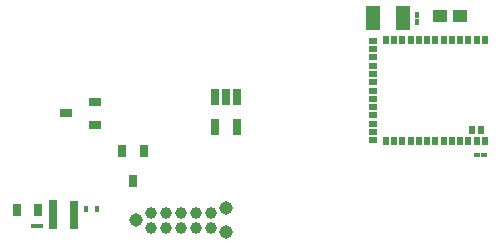
<source format=gts>
G04*
G04 #@! TF.GenerationSoftware,Altium Limited,Altium Designer,25.4.2 (15)*
G04*
G04 Layer_Color=8388736*
%FSTAX24Y24*%
%MOIN*%
G70*
G04*
G04 #@! TF.SameCoordinates,F4185BB4-0936-4B88-B031-81E5C399A6D0*
G04*
G04*
G04 #@! TF.FilePolarity,Negative*
G04*
G01*
G75*
%ADD17R,0.0177X0.0236*%
%ADD20R,0.0188X0.0159*%
%ADD22R,0.0159X0.0188*%
%ADD25R,0.0475X0.0417*%
%ADD27R,0.0315X0.0413*%
%ADD29R,0.0316X0.0978*%
%ADD30R,0.0316X0.0178*%
%ADD31R,0.0218X0.0178*%
%ADD32C,0.0390*%
%ADD33R,0.0395X0.0297*%
%ADD34R,0.0297X0.0395*%
%ADD35R,0.0474X0.0789*%
%ADD36R,0.0237X0.0277*%
%ADD37R,0.0277X0.0237*%
%ADD38R,0.0316X0.0533*%
%ADD39R,0.0316X0.0190*%
%ADD40C,0.0450*%
D17*
X036276Y02803D02*
D03*
X03665D02*
D03*
D20*
X0493Y02984D02*
D03*
X049547D02*
D03*
D22*
X0473Y034267D02*
D03*
Y034513D02*
D03*
D25*
X048075Y03447D02*
D03*
X048725D02*
D03*
D27*
X033956Y02802D02*
D03*
X034684D02*
D03*
D29*
X035864Y027836D02*
D03*
X035156D02*
D03*
D30*
X035156Y027633D02*
D03*
X035864Y028224D02*
D03*
Y028027D02*
D03*
Y02783D02*
D03*
Y027633D02*
D03*
Y027436D02*
D03*
X035156Y02783D02*
D03*
Y028027D02*
D03*
Y027436D02*
D03*
D31*
X03475Y02749D02*
D03*
X034533D02*
D03*
D32*
X03842Y02741D02*
D03*
X03892D02*
D03*
X03942Y02741D02*
D03*
X03992Y02741D02*
D03*
X04042D02*
D03*
Y02791D02*
D03*
X03992D02*
D03*
X03942Y02791D02*
D03*
X03892Y02791D02*
D03*
X03842D02*
D03*
D33*
X036572Y030856D02*
D03*
Y031604D02*
D03*
X035588Y03123D02*
D03*
D34*
X038204Y029972D02*
D03*
X037456D02*
D03*
X03783Y028988D02*
D03*
D35*
X04682Y03442D02*
D03*
X045836D02*
D03*
D36*
X04681Y030317D02*
D03*
X047361D02*
D03*
X046534D02*
D03*
X049566Y033663D02*
D03*
X046258D02*
D03*
X04929D02*
D03*
X049132Y030671D02*
D03*
X04681Y033663D02*
D03*
X049014Y030317D02*
D03*
X048739D02*
D03*
Y033663D02*
D03*
X049014D02*
D03*
X046258Y030317D02*
D03*
X047636D02*
D03*
X047912D02*
D03*
X04929D02*
D03*
X049566D02*
D03*
X048463Y033663D02*
D03*
X048188D02*
D03*
X047912D02*
D03*
X047636D02*
D03*
X047361D02*
D03*
X047085D02*
D03*
Y030317D02*
D03*
X046534Y033663D02*
D03*
X048463Y030317D02*
D03*
X048188D02*
D03*
X049447Y030671D02*
D03*
D37*
X045845Y032817D02*
D03*
Y031439D02*
D03*
Y033644D02*
D03*
Y030336D02*
D03*
Y030888D02*
D03*
Y031163D02*
D03*
Y031714D02*
D03*
Y03199D02*
D03*
Y032266D02*
D03*
Y032541D02*
D03*
Y033092D02*
D03*
Y033368D02*
D03*
Y030612D02*
D03*
D38*
X041314Y031762D02*
D03*
X040566D02*
D03*
X041314Y030778D02*
D03*
X04094Y031762D02*
D03*
X040566Y030778D02*
D03*
D39*
X035156Y02823D02*
D03*
D40*
X03792Y02766D02*
D03*
X04092Y02806D02*
D03*
Y02726D02*
D03*
M02*

</source>
